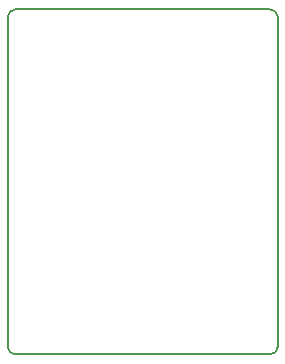
<source format=gbr>
G04 #@! TF.FileFunction,Profile,NP*
%FSLAX46Y46*%
G04 Gerber Fmt 4.6, Leading zero omitted, Abs format (unit mm)*
G04 Created by KiCad (PCBNEW 4.0.7) date 07/07/18 12:03:53*
%MOMM*%
%LPD*%
G01*
G04 APERTURE LIST*
%ADD10C,0.100000*%
%ADD11C,0.150000*%
G04 APERTURE END LIST*
D10*
D11*
X116205000Y-117475000D02*
G75*
G03X116840000Y-118110000I635000J0D01*
G01*
X138430000Y-118110000D02*
G75*
G03X139065000Y-117475000I0J635000D01*
G01*
X139065000Y-89535000D02*
G75*
G03X138430000Y-88900000I-635000J0D01*
G01*
X116840000Y-88900000D02*
G75*
G03X116205000Y-89535000I0J-635000D01*
G01*
X117475000Y-88900000D02*
X116840000Y-88900000D01*
X116205000Y-117475000D02*
X116205000Y-89535000D01*
X138430000Y-118110000D02*
X116840000Y-118110000D01*
X139065000Y-89535000D02*
X139065000Y-117475000D01*
X117475000Y-88900000D02*
X138430000Y-88900000D01*
M02*

</source>
